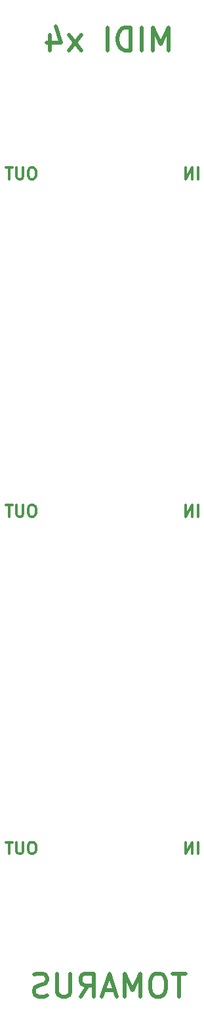
<source format=gbr>
G04 #@! TF.GenerationSoftware,KiCad,Pcbnew,5.0.2+dfsg1-1*
G04 #@! TF.CreationDate,2020-04-26T20:45:05+02:00*
G04 #@! TF.ProjectId,frontpanel,66726f6e-7470-4616-9e65-6c2e6b696361,rev?*
G04 #@! TF.SameCoordinates,Original*
G04 #@! TF.FileFunction,Legend,Bot*
G04 #@! TF.FilePolarity,Positive*
%FSLAX46Y46*%
G04 Gerber Fmt 4.6, Leading zero omitted, Abs format (unit mm)*
G04 Created by KiCad (PCBNEW 5.0.2+dfsg1-1) date Sun 26 Apr 2020 08:45:05 PM CEST*
%MOMM*%
%LPD*%
G01*
G04 APERTURE LIST*
%ADD10C,0.300000*%
%ADD11C,0.500000*%
G04 APERTURE END LIST*
D10*
X34535714Y-146428571D02*
X34535714Y-144928571D01*
X33821428Y-146428571D02*
X33821428Y-144928571D01*
X32964285Y-146428571D01*
X32964285Y-144928571D01*
X34535714Y-189928571D02*
X34535714Y-188428571D01*
X33821428Y-189928571D02*
X33821428Y-188428571D01*
X32964285Y-189928571D01*
X32964285Y-188428571D01*
X13250000Y-188428571D02*
X12964285Y-188428571D01*
X12821428Y-188500000D01*
X12678571Y-188642857D01*
X12607142Y-188928571D01*
X12607142Y-189428571D01*
X12678571Y-189714285D01*
X12821428Y-189857142D01*
X12964285Y-189928571D01*
X13250000Y-189928571D01*
X13392857Y-189857142D01*
X13535714Y-189714285D01*
X13607142Y-189428571D01*
X13607142Y-188928571D01*
X13535714Y-188642857D01*
X13392857Y-188500000D01*
X13250000Y-188428571D01*
X11964285Y-188428571D02*
X11964285Y-189642857D01*
X11892857Y-189785714D01*
X11821428Y-189857142D01*
X11678571Y-189928571D01*
X11392857Y-189928571D01*
X11250000Y-189857142D01*
X11178571Y-189785714D01*
X11107142Y-189642857D01*
X11107142Y-188428571D01*
X10607142Y-188428571D02*
X9750000Y-188428571D01*
X10178571Y-189928571D02*
X10178571Y-188428571D01*
X13250000Y-144928571D02*
X12964285Y-144928571D01*
X12821428Y-145000000D01*
X12678571Y-145142857D01*
X12607142Y-145428571D01*
X12607142Y-145928571D01*
X12678571Y-146214285D01*
X12821428Y-146357142D01*
X12964285Y-146428571D01*
X13250000Y-146428571D01*
X13392857Y-146357142D01*
X13535714Y-146214285D01*
X13607142Y-145928571D01*
X13607142Y-145428571D01*
X13535714Y-145142857D01*
X13392857Y-145000000D01*
X13250000Y-144928571D01*
X11964285Y-144928571D02*
X11964285Y-146142857D01*
X11892857Y-146285714D01*
X11821428Y-146357142D01*
X11678571Y-146428571D01*
X11392857Y-146428571D01*
X11250000Y-146357142D01*
X11178571Y-146285714D01*
X11107142Y-146142857D01*
X11107142Y-144928571D01*
X10607142Y-144928571D02*
X9750000Y-144928571D01*
X10178571Y-146428571D02*
X10178571Y-144928571D01*
X34535714Y-102928571D02*
X34535714Y-101428571D01*
X33821428Y-102928571D02*
X33821428Y-101428571D01*
X32964285Y-102928571D01*
X32964285Y-101428571D01*
X13250000Y-101428571D02*
X12964285Y-101428571D01*
X12821428Y-101500000D01*
X12678571Y-101642857D01*
X12607142Y-101928571D01*
X12607142Y-102428571D01*
X12678571Y-102714285D01*
X12821428Y-102857142D01*
X12964285Y-102928571D01*
X13250000Y-102928571D01*
X13392857Y-102857142D01*
X13535714Y-102714285D01*
X13607142Y-102428571D01*
X13607142Y-101928571D01*
X13535714Y-101642857D01*
X13392857Y-101500000D01*
X13250000Y-101428571D01*
X11964285Y-101428571D02*
X11964285Y-102642857D01*
X11892857Y-102785714D01*
X11821428Y-102857142D01*
X11678571Y-102928571D01*
X11392857Y-102928571D01*
X11250000Y-102857142D01*
X11178571Y-102785714D01*
X11107142Y-102642857D01*
X11107142Y-101428571D01*
X10607142Y-101428571D02*
X9750000Y-101428571D01*
X10178571Y-102928571D02*
X10178571Y-101428571D01*
D11*
X30714285Y-86357142D02*
X30714285Y-83357142D01*
X29714285Y-85500000D01*
X28714285Y-83357142D01*
X28714285Y-86357142D01*
X27285714Y-86357142D02*
X27285714Y-83357142D01*
X25857142Y-86357142D02*
X25857142Y-83357142D01*
X25142857Y-83357142D01*
X24714285Y-83500000D01*
X24428571Y-83785714D01*
X24285714Y-84071428D01*
X24142857Y-84642857D01*
X24142857Y-85071428D01*
X24285714Y-85642857D01*
X24428571Y-85928571D01*
X24714285Y-86214285D01*
X25142857Y-86357142D01*
X25857142Y-86357142D01*
X22857142Y-86357142D02*
X22857142Y-83357142D01*
X19428571Y-86357142D02*
X17857142Y-84357142D01*
X19428571Y-84357142D02*
X17857142Y-86357142D01*
X15428571Y-84357142D02*
X15428571Y-86357142D01*
X16142857Y-83214285D02*
X16857142Y-85357142D01*
X15000000Y-85357142D01*
X32928571Y-205357142D02*
X31214285Y-205357142D01*
X32071428Y-208357142D02*
X32071428Y-205357142D01*
X29642857Y-205357142D02*
X29071428Y-205357142D01*
X28785714Y-205500000D01*
X28500000Y-205785714D01*
X28357142Y-206357142D01*
X28357142Y-207357142D01*
X28500000Y-207928571D01*
X28785714Y-208214285D01*
X29071428Y-208357142D01*
X29642857Y-208357142D01*
X29928571Y-208214285D01*
X30214285Y-207928571D01*
X30357142Y-207357142D01*
X30357142Y-206357142D01*
X30214285Y-205785714D01*
X29928571Y-205500000D01*
X29642857Y-205357142D01*
X27071428Y-208357142D02*
X27071428Y-205357142D01*
X26071428Y-207500000D01*
X25071428Y-205357142D01*
X25071428Y-208357142D01*
X23785714Y-207500000D02*
X22357142Y-207500000D01*
X24071428Y-208357142D02*
X23071428Y-205357142D01*
X22071428Y-208357142D01*
X19357142Y-208357142D02*
X20357142Y-206928571D01*
X21071428Y-208357142D02*
X21071428Y-205357142D01*
X19928571Y-205357142D01*
X19642857Y-205500000D01*
X19500000Y-205642857D01*
X19357142Y-205928571D01*
X19357142Y-206357142D01*
X19500000Y-206642857D01*
X19642857Y-206785714D01*
X19928571Y-206928571D01*
X21071428Y-206928571D01*
X18071428Y-205357142D02*
X18071428Y-207785714D01*
X17928571Y-208071428D01*
X17785714Y-208214285D01*
X17500000Y-208357142D01*
X16928571Y-208357142D01*
X16642857Y-208214285D01*
X16500000Y-208071428D01*
X16357142Y-207785714D01*
X16357142Y-205357142D01*
X15071428Y-208214285D02*
X14642857Y-208357142D01*
X13928571Y-208357142D01*
X13642857Y-208214285D01*
X13500000Y-208071428D01*
X13357142Y-207785714D01*
X13357142Y-207500000D01*
X13500000Y-207214285D01*
X13642857Y-207071428D01*
X13928571Y-206928571D01*
X14500000Y-206785714D01*
X14785714Y-206642857D01*
X14928571Y-206500000D01*
X15071428Y-206214285D01*
X15071428Y-205928571D01*
X14928571Y-205642857D01*
X14785714Y-205500000D01*
X14500000Y-205357142D01*
X13785714Y-205357142D01*
X13357142Y-205500000D01*
M02*

</source>
